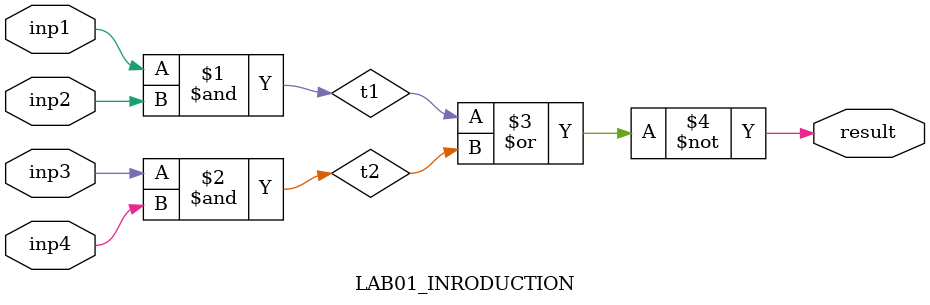
<source format=v>
module LAB01_INRODUCTION (
    inp1,inp2,inp3,inp4,result
);
    input inp1,inp2,inp3,inp4;
    output result;
    wire t1,t2;

    assign t1=inp1 & inp2;
    assign t2=inp3 & inp4;
    assign result=~(t1|t2);
endmodule


</source>
